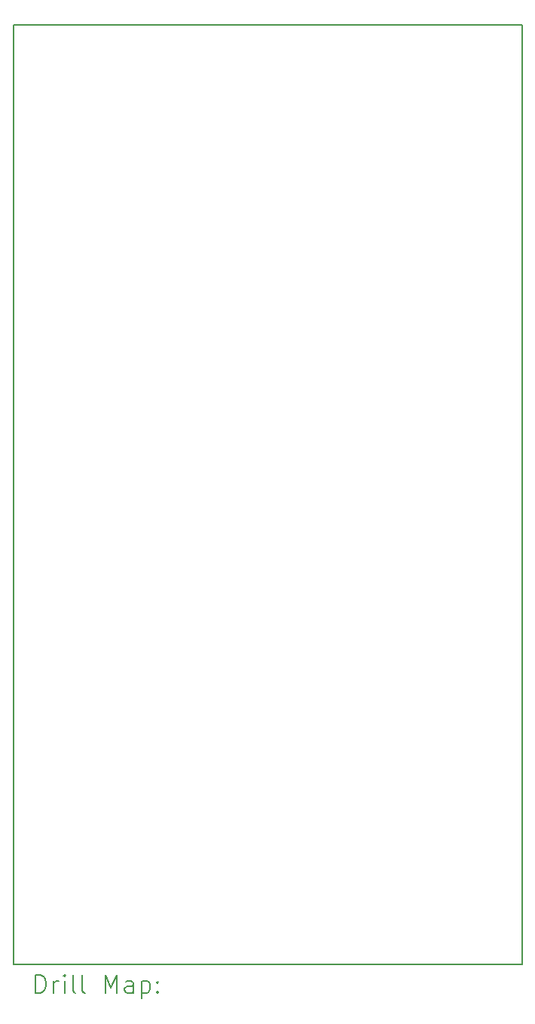
<source format=gbr>
%FSLAX45Y45*%
G04 Gerber Fmt 4.5, Leading zero omitted, Abs format (unit mm)*
G04 Created by KiCad (PCBNEW 6.0.0) date 2022-01-27 20:05:20*
%MOMM*%
%LPD*%
G01*
G04 APERTURE LIST*
%TA.AperFunction,Profile*%
%ADD10C,0.150000*%
%TD*%
%ADD11C,0.200000*%
G04 APERTURE END LIST*
D10*
X14986000Y-6223000D02*
X9271000Y-6223000D01*
X14986000Y-16764000D02*
X14986000Y-6223000D01*
X9271000Y-16764000D02*
X14986000Y-16764000D01*
X9271000Y-6223000D02*
X9271000Y-16764000D01*
D11*
X9521119Y-17081976D02*
X9521119Y-16881976D01*
X9568738Y-16881976D01*
X9597310Y-16891500D01*
X9616357Y-16910548D01*
X9625881Y-16929595D01*
X9635405Y-16967690D01*
X9635405Y-16996262D01*
X9625881Y-17034357D01*
X9616357Y-17053405D01*
X9597310Y-17072452D01*
X9568738Y-17081976D01*
X9521119Y-17081976D01*
X9721119Y-17081976D02*
X9721119Y-16948643D01*
X9721119Y-16986738D02*
X9730643Y-16967690D01*
X9740167Y-16958167D01*
X9759214Y-16948643D01*
X9778262Y-16948643D01*
X9844929Y-17081976D02*
X9844929Y-16948643D01*
X9844929Y-16881976D02*
X9835405Y-16891500D01*
X9844929Y-16901024D01*
X9854452Y-16891500D01*
X9844929Y-16881976D01*
X9844929Y-16901024D01*
X9968738Y-17081976D02*
X9949690Y-17072452D01*
X9940167Y-17053405D01*
X9940167Y-16881976D01*
X10073500Y-17081976D02*
X10054452Y-17072452D01*
X10044929Y-17053405D01*
X10044929Y-16881976D01*
X10302071Y-17081976D02*
X10302071Y-16881976D01*
X10368738Y-17024833D01*
X10435405Y-16881976D01*
X10435405Y-17081976D01*
X10616357Y-17081976D02*
X10616357Y-16977214D01*
X10606833Y-16958167D01*
X10587786Y-16948643D01*
X10549690Y-16948643D01*
X10530643Y-16958167D01*
X10616357Y-17072452D02*
X10597310Y-17081976D01*
X10549690Y-17081976D01*
X10530643Y-17072452D01*
X10521119Y-17053405D01*
X10521119Y-17034357D01*
X10530643Y-17015310D01*
X10549690Y-17005786D01*
X10597310Y-17005786D01*
X10616357Y-16996262D01*
X10711595Y-16948643D02*
X10711595Y-17148643D01*
X10711595Y-16958167D02*
X10730643Y-16948643D01*
X10768738Y-16948643D01*
X10787786Y-16958167D01*
X10797310Y-16967690D01*
X10806833Y-16986738D01*
X10806833Y-17043881D01*
X10797310Y-17062929D01*
X10787786Y-17072452D01*
X10768738Y-17081976D01*
X10730643Y-17081976D01*
X10711595Y-17072452D01*
X10892548Y-17062929D02*
X10902071Y-17072452D01*
X10892548Y-17081976D01*
X10883024Y-17072452D01*
X10892548Y-17062929D01*
X10892548Y-17081976D01*
X10892548Y-16958167D02*
X10902071Y-16967690D01*
X10892548Y-16977214D01*
X10883024Y-16967690D01*
X10892548Y-16958167D01*
X10892548Y-16977214D01*
M02*

</source>
